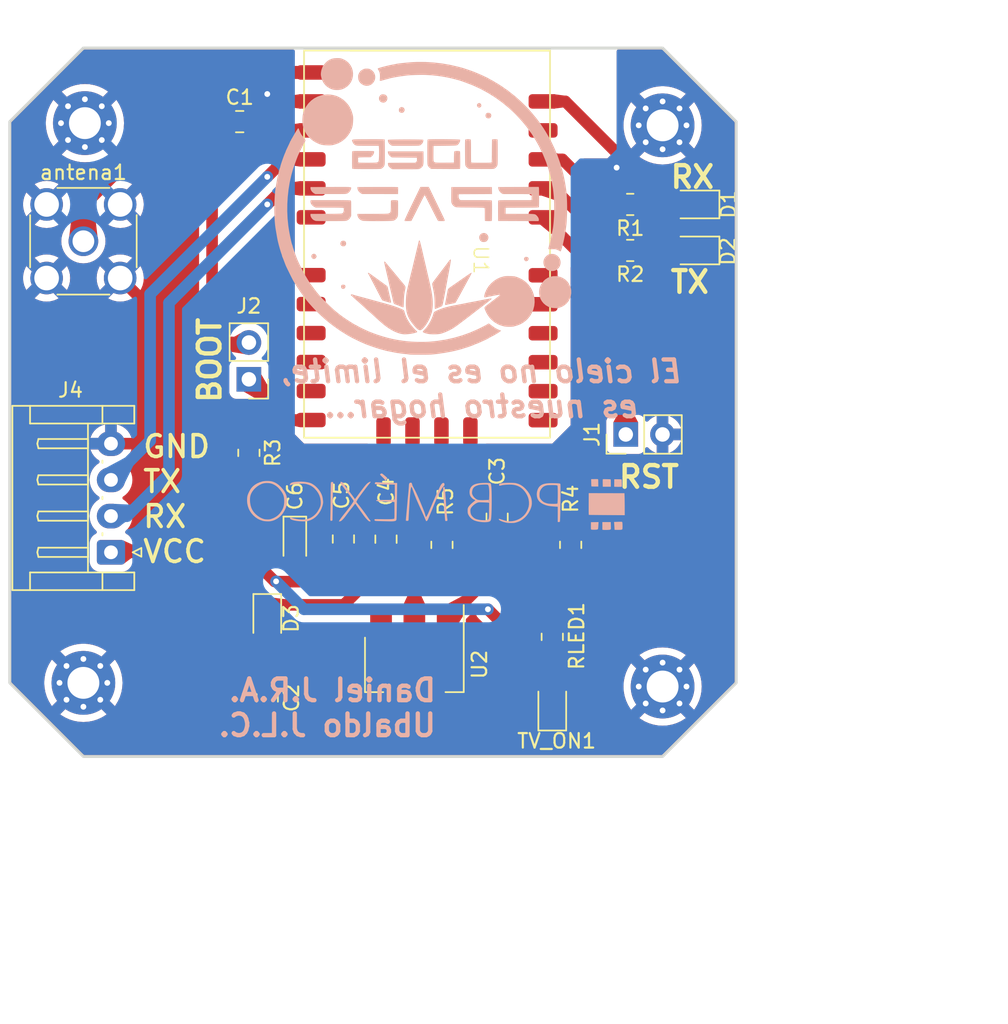
<source format=kicad_pcb>
(kicad_pcb (version 20221018) (generator pcbnew)
  (title_block (title "MOD-TARVOSIII") (date "2023-09-14") (rev "1.2") (company "UDEG SPACE") (comment 1 "Daniel Josué Rodríguez Agraz") (comment 2 "Ubaldo de jesus Limón Corona"))
  (layers (0 "F.Cu" signal) (31 "B.Cu" signal) (34 "B.Paste" user) (35 "F.Paste" user) (36 "B.SilkS" user "B.Silkscreen") (37 "F.SilkS" user "F.Silkscreen") (38 "B.Mask" user) (39 "F.Mask" user) (44 "Edge.Cuts" user))
  (net 0 "")
  (net 1 "GND")
  (net 2 "Net-(D1-A)")
  (net 3 "Net-(D2-A)")
  (net 4 "Net-(J1-Pin_1)")
  (net 5 "ATN")
  (net 6 "RXT")
  (net 7 "TXD")
  (net 8 "Net-(U1-{slash}RX_IND)")
  (net 9 "Net-(U1-{slash}TX_IND)")
  (net 10 "Net-(TV_ON1-A)")
  (net 18 "Net-(J2-Pin_1)")
  (net 19 "VCC")
  (net 20 "Net-(U2-ADJ)")
  (net 21 "+3.3V")
  (footprint "Capacitor_SMD:C_0805_2012Metric_Pad1.18x1.45mm_HandSolder" (layer "F.Cu") (at 47.18962 55.486921 90)
    (fp_text reference "C4" (at 3.26603 0.01679 90) (layer "F.SilkS"))
    (fp_text value "100nF")
    (pad "1" smd roundrect (at -1.0375 0 90) (size 1.175 1.45) (layers "F.Cu" "F.Paste" "F.Mask") (roundrect_rratio 0.2127659574) (net 21 "+3.3V"))
    (pad "2" smd roundrect (at 1.0375 0 90) (size 1.175 1.45) (layers "F.Cu" "F.Paste" "F.Mask") (roundrect_rratio 0.2127659574) (net 1 "GND"))
  )
  (footprint "Resistor_SMD:R_0805_2012Metric_Pad1.20x1.40mm_HandSolder" (layer "F.Cu") (at 64.0575 35.56 180)
    (fp_text reference "R2" (at 0 -1.65) (layer "F.SilkS"))
    (fp_text value "220")
    (pad "1" smd roundrect (at -1 0 180) (size 1.2 1.4) (layers "F.Cu" "F.Paste" "F.Mask") (roundrect_rratio 0.2083333333) (net 3 "Net-(D2-A)"))
    (pad "2" smd roundrect (at 1 0 180) (size 1.2 1.4) (layers "F.Cu" "F.Paste" "F.Mask") (roundrect_rratio 0.2083333333) (net 9 "Net-(U1-{slash}TX_IND)"))
  )
  (footprint "Capacitor_SMD:C_0805_2012Metric_Pad1.18x1.45mm_HandSolder" (layer "F.Cu") (at 44.248653 55.4775 90)
    (fp_text reference "C5" (at 3.017756 -0.124654 90) (layer "F.SilkS"))
    (fp_text value "1μF")
    (pad "1" smd roundrect (at -1.0375 0 90) (size 1.175 1.45) (layers "F.Cu" "F.Paste" "F.Mask") (roundrect_rratio 0.2127659574) (net 21 "+3.3V"))
    (pad "2" smd roundrect (at 1.0375 0 90) (size 1.175 1.45) (layers "F.Cu" "F.Paste" "F.Mask") (roundrect_rratio 0.2127659574) (net 1 "GND"))
  )
  (footprint "LED_SMD:LED_0805_2012Metric" (layer "F.Cu") (at 68.5325 32.385 180)
    (fp_text reference "D1" (at -2.315363 0.007203 90) (layer "F.SilkS"))
    (fp_text value "LED")
    (pad "1" smd roundrect (at -0.9375 0 180) (size 0.975 1.4) (layers "F.Cu" "F.Paste" "F.Mask") (net 1 "GND"))
    (pad "2" smd roundrect (at 0.9375 0 180) (size 0.975 1.4) (layers "F.Cu" "F.Paste" "F.Mask") (net 2 "Net-(D1-A)"))
  )
  (footprint "Capacitor_SMD:C_0805_2012Metric_Pad1.18x1.45mm_HandSolder" (layer "F.Cu") (at 37.085 26.67)
    (fp_text reference "C1" (at 0 -1.68) (layer "F.SilkS"))
    (fp_text value "100uF")
    (pad "1" smd roundrect (at -1.0375 0) (size 1.175 1.45) (layers "F.Cu" "F.Paste" "F.Mask") (roundrect_rratio 0.2127659574) (net 1 "GND"))
    (pad "2" smd roundrect (at 1.0375 0) (size 1.175 1.45) (layers "F.Cu" "F.Paste" "F.Mask") (roundrect_rratio 0.2127659574) (net 21 "+3.3V"))
  )
  (footprint "LED_SMD:LED_0805_2012Metric" (layer "F.Cu") (at 58.675 67.0075 90)
    (fp_text reference "TV_ON1" (at -2.408821 0.299493 180) (layer "F.SilkS"))
    (fp_text value "LED")
    (pad "1" smd roundrect (at -0.9375 0 90) (size 0.975 1.4) (layers "F.Cu" "F.Paste" "F.Mask") (net 1 "GND"))
    (pad "2" smd roundrect (at 0.9375 0 90) (size 0.975 1.4) (layers "F.Cu" "F.Paste" "F.Mask") (net 10 "Net-(TV_ON1-A)"))
  )
  (footprint "Connector_PinHeader_2.54mm:PinHeader_1x02_P2.54mm_Vertical" (layer "F.Cu") (at 37.72 44.455 180)
    (fp_text reference "J2" (at 0 5.055) (layer "F.SilkS"))
    (fp_text value "Conn_01x02_Pin")
    (pad "1" thru_hole rect (at 0 0 180) (size 1.7 1.7) (drill 1) (layers "*.Cu" "*.Mask") (net 18 "Net-(J2-Pin_1)"))
    (pad "2" thru_hole oval (at 0 2.54 180) (size 1.7 1.7) (drill 1) (layers "*.Cu" "*.Mask") (net 21 "+3.3V"))
  )
  (footprint "Capacitor_Tantalum_SMD:CP_EIA-2012-12_Kemet-R" (layer "F.Cu") (at 40.895 55.639051 -90)
    (fp_text reference "C6" (at -3.115013 0 90) (layer "F.SilkS"))
    (fp_text value "100μF")
    (pad "1" smd roundrect (at -0.8875 0 270) (size 1.125 1.05) (layers "F.Cu" "F.Paste" "F.Mask") (roundrect_rratio 0.2380952381) (net 1 "GND"))
    (pad "2" smd roundrect (at 0.8875 0 270) (size 1.125 1.05) (layers "F.Cu" "F.Paste" "F.Mask") (roundrect_rratio 0.2380952381) (net 21 "+3.3V"))
  )
  (footprint "Connector_JST:JST_EH_S4B-EH_1x04_P2.50mm_Horizontal" (layer "F.Cu") (at 28.195 56.395 90)
    (fp_text reference "J4" (at 11.195 -2.795 180) (layer "F.SilkS"))
    (fp_text value "Conn_01x04_Socket")
    (pad "1" thru_hole roundrect (at 0 0 90) (size 1.7 1.95) (drill 0.95) (layers "*.Cu" "*.Mask") (roundrect_rratio 0.1470588235) (net 19 "VCC"))
    (pad "2" thru_hole oval (at 2.5 0 90) (size 1.7 1.95) (drill 0.95) (layers "*.Cu" "*.Mask") (net 6 "RXT"))
    (pad "3" thru_hole oval (at 5 0 90) (size 1.7 1.95) (drill 0.95) (layers "*.Cu" "*.Mask") (net 7 "TXD"))
    (pad "4" thru_hole oval (at 7.5 0 90) (size 1.7 1.95) (drill 0.95) (layers "*.Cu" "*.Mask") (net 1 "GND"))
  )
  (footprint "MountingHole:MountingHole_2.2mm_M2_Pad_Via" (layer "F.Cu") (at 66.295 26.925 90)
    (fp_text reference "GNDSCREW2" hide)
    (fp_text value "Conn_01x01_Male")
    (pad "1" thru_hole circle (at -1.65 0 90) (size 0.7 0.7) (drill 0.4) (layers "*.Cu" "*.Mask") (net 1 "GND"))
    (pad "1" thru_hole circle (at -1.166726 -1.166726 90) (size 0.7 0.7) (drill 0.4) (layers "*.Cu" "*.Mask") (net 1 "GND"))
    (pad "1" thru_hole circle (at -1.166726 1.166726 90) (size 0.7 0.7) (drill 0.4) (layers "*.Cu" "*.Mask") (net 1 "GND"))
    (pad "1" thru_hole circle (at 0 -1.65 90) (size 0.7 0.7) (drill 0.4) (layers "*.Cu" "*.Mask") (net 1 "GND"))
    (pad "1" thru_hole circle (at 0 0 90) (size 4.4 4.4) (drill 2.2) (layers "*.Cu" "*.Mask") (net 1 "GND"))
    (pad "1" thru_hole circle (at 0 1.65 90) (size 0.7 0.7) (drill 0.4) (layers "*.Cu" "*.Mask") (net 1 "GND"))
    (pad "1" thru_hole circle (at 1.166726 -1.166726 90) (size 0.7 0.7) (drill 0.4) (layers "*.Cu" "*.Mask") (net 1 "GND"))
    (pad "1" thru_hole circle (at 1.166726 1.166726 90) (size 0.7 0.7) (drill 0.4) (layers "*.Cu" "*.Mask") (net 1 "GND"))
    (pad "1" thru_hole circle (at 1.65 0 90) (size 0.7 0.7) (drill 0.4) (layers "*.Cu" "*.Mask") (net 1 "GND"))
  )
  (footprint "Resistor_SMD:R_0805_2012Metric_Pad1.20x1.40mm_HandSolder" (layer "F.Cu") (at 37.72 49.53 -90)
    (fp_text reference "R3" (at 0 -1.65 90) (layer "F.SilkS"))
    (fp_text value "220")
    (pad "1" smd roundrect (at -1 0 270) (size 1.2 1.4) (layers "F.Cu" "F.Paste" "F.Mask") (roundrect_rratio 0.2083333333) (net 18 "Net-(J2-Pin_1)"))
    (pad "2" smd roundrect (at 1 0 270) (size 1.2 1.4) (layers "F.Cu" "F.Paste" "F.Mask") (roundrect_rratio 0.2083333333) (net 1 "GND"))
  )
  (footprint "Package_TO_SOT_SMD:SOT-223" (layer "F.Cu") (at 49.15 64.135 -90)
    (fp_text reference "U2" (at 0 -4.5 90) (layer "F.SilkS"))
    (fp_text value "TLV1117-ADJ")
    (pad "1" smd rect (at -3.15 -2.3 270) (size 2 1.5) (layers "F.Cu" "F.Paste" "F.Mask") (net 20 "Net-(U2-ADJ)"))
    (pad "2" smd rect (at -3.15 0 270) (size 2 1.5) (layers "F.Cu" "F.Paste" "F.Mask") (net 21 "+3.3V"))
    (pad "3" smd rect (at -3.15 2.3 270) (size 2 1.5) (layers "F.Cu" "F.Paste" "F.Mask") (net 19 "VCC"))
    (pad "4" smd rect (at 3.15 0 270) (size 2 3.8) (layers "F.Cu" "F.Paste" "F.Mask"))
  )
  (footprint "Capacitor_SMD:C_0805_2012Metric_Pad1.18x1.45mm_HandSolder" (layer "F.Cu") (at 54.865 53.975 90)
    (fp_text reference "C3" (at 3.175 0 90) (layer "F.SilkS"))
    (fp_text value "100nF")
    (pad "1" smd roundrect (at -1.0375 0 90) (size 1.175 1.45) (layers "F.Cu" "F.Paste" "F.Mask") (roundrect_rratio 0.2127659574) (net 20 "Net-(U2-ADJ)"))
    (pad "2" smd roundrect (at 1.0375 0 90) (size 1.175 1.45) (layers "F.Cu" "F.Paste" "F.Mask") (roundrect_rratio 0.2127659574) (net 1 "GND"))
  )
  (footprint "MountingHole:MountingHole_2.2mm_M2_Pad_Via" (layer "F.Cu") (at 26.393274 26.773274 90)
    (fp_text reference "GNDSCREW1" hide)
    (fp_text value "Conn_01x01_Male")
    (pad "1" thru_hole circle (at -1.65 0 90) (size 0.7 0.7) (drill 0.4) (layers "*.Cu" "*.Mask") (net 1 "GND"))
    (pad "1" thru_hole circle (at -1.166726 -1.166726 90) (size 0.7 0.7) (drill 0.4) (layers "*.Cu" "*.Mask") (net 1 "GND"))
    (pad "1" thru_hole circle (at -1.166726 1.166726 90) (size 0.7 0.7) (drill 0.4) (layers "*.Cu" "*.Mask") (net 1 "GND"))
    (pad "1" thru_hole circle (at 0 -1.65 90) (size 0.7 0.7) (drill 0.4) (layers "*.Cu" "*.Mask") (net 1 "GND"))
    (pad "1" thru_hole circle (at 0 0 90) (size 4.4 4.4) (drill 2.2) (layers "*.Cu" "*.Mask") (net 1 "GND"))
    (pad "1" thru_hole circle (at 0 1.65 90) (size 0.7 0.7) (drill 0.4) (layers "*.Cu" "*.Mask") (net 1 "GND"))
    (pad "1" thru_hole circle (at 1.166726 -1.166726 90) (size 0.7 0.7) (drill 0.4) (layers "*.Cu" "*.Mask") (net 1 "GND"))
    (pad "1" thru_hole circle (at 1.166726 1.166726 90) (size 0.7 0.7) (drill 0.4) (layers "*.Cu" "*.Mask") (net 1 "GND"))
    (pad "1" thru_hole circle (at 1.65 0 90) (size 0.7 0.7) (drill 0.4) (layers "*.Cu" "*.Mask") (net 1 "GND"))
  )
  (footprint "Connector_PinHeader_2.54mm:PinHeader_1x02_P2.54mm_Vertical" (layer "F.Cu") (at 63.75 48.26 90)
    (fp_text reference "J1" (at 0 -2.33 90) (layer "F.SilkS"))
    (fp_text value "header rst")
    (pad "1" thru_hole rect (at 0 0 90) (size 1.7 1.7) (drill 1) (layers "*.Cu" "*.Mask") (net 4 "Net-(J1-Pin_1)"))
    (pad "2" thru_hole oval (at 0 2.54 90) (size 1.7 1.7) (drill 1) (layers "*.Cu" "*.Mask") (net 1 "GND"))
  )
  (footprint "Capacitor_SMD:C_0805_2012Metric_Pad1.18x1.45mm_HandSolder" (layer "F.Cu") (at 38.99 66.4425 -90)
    (fp_text reference "C2" (at 0 -1.68 90) (layer "F.SilkS"))
    (fp_text value "100nF")
    (pad "1" smd roundrect (at -1.0375 0 270) (size 1.175 1.45) (layers "F.Cu" "F.Paste" "F.Mask") (roundrect_rratio 0.2127659574) (net 19 "VCC"))
    (pad "2" smd roundrect (at 1.0375 0 270) (size 1.175 1.45) (layers "F.Cu" "F.Paste" "F.Mask") (roundrect_rratio 0.2127659574) (net 1 "GND"))
  )
  (footprint "LED_SMD:LED_0805_2012Metric" (layer "F.Cu") (at 68.5325 35.56 180)
    (fp_text reference "D2" (at -2.269834 -0.065506 90) (layer "F.SilkS"))
    (fp_text value "LED")
    (pad "1" smd roundrect (at -0.9375 0 180) (size 0.975 1.4) (layers "F.Cu" "F.Paste" "F.Mask") (net 1 "GND"))
    (pad "2" smd roundrect (at 0.9375 0 180) (size 0.975 1.4) (layers "F.Cu" "F.Paste" "F.Mask") (net 3 "Net-(D2-A)"))
  )
  (footprint "Resistor_SMD:R_0805_2012Metric_Pad1.20x1.40mm_HandSolder" (layer "F.Cu") (at 59.945 55.88 -90)
    (fp_text reference "R4" (at -3.175 0 90) (layer "F.SilkS"))
    (fp_text value "196")
    (pad "1" smd roundrect (at -1 0 270) (size 1.2 1.4) (layers "F.Cu" "F.Paste" "F.Mask") (roundrect_rratio 0.2083333333) (net 1 "GND"))
    (pad "2" smd roundrect (at 1 0 270) (size 1.2 1.4) (layers "F.Cu" "F.Paste" "F.Mask") (roundrect_rratio 0.2083333333) (net 20 "Net-(U2-ADJ)"))
  )
  (footprint "Resistor_SMD:R_0805_2012Metric_Pad1.20x1.40mm_HandSolder" (layer "F.Cu") (at 51.055 55.88213 90)
    (fp_text reference "R5" (at 2.98213 0.245 90) (layer "F.SilkS"))
    (fp_text value "120R")
    (pad "1" smd roundrect (at -1 0 90) (size 1.2 1.4) (layers "F.Cu" "F.Paste" "F.Mask") (roundrect_rratio 0.2083333333) (net 20 "Net-(U2-ADJ)"))
    (pad "2" smd roundrect (at 1 0 90) (size 1.2 1.4) (layers "F.Cu" "F.Paste" "F.Mask") (roundrect_rratio 0.2083333333) (net 21 "+3.3V"))
  )
  (footprint "space:tarvos-iii" (layer "F.Cu") (at 47.88 35.435 -90)
    (fp_text reference "U1" (at 0.78 -5.86 -90 unlocked) (layer "F.SilkS") (effects (font (thickness 0.1))))
    (fp_text value "TARVOS_III")
    (pad "1" smd roundrect (at -12.16 5.86) (size 2 1) (layers "F.Cu" "F.Paste" "F.Mask") (net 5 "ATN"))
    (pad "2" smd roundrect (at -10.16 5.86) (size 2 1) (layers "F.Cu" "F.Paste" "F.Mask") (net 1 "GND"))
    (pad "3" smd roundrect (at -8.16 5.86) (size 2 1) (layers "F.Cu" "F.Paste" "F.Mask") (net 21 "+3.3V"))
    (pad "4" smd roundrect (at -6.16 5.86) (size 2 1) (layers "F.Cu" "F.Paste" "F.Mask") (net 7 "TXD"))
    (pad "5" smd roundrect (at -4.16 5.86) (size 2 1) (layers "F.Cu" "F.Paste" "F.Mask") (net 6 "RXT"))
    (pad "6" smd roundrect (at -2.16 5.86) (size 2 1) (layers "F.Cu" "F.Paste" "F.Mask"))
    (pad "7" smd roundrect (at 1.83 5.86) (size 2 1) (layers "F.Cu" "F.Paste" "F.Mask"))
    (pad "8" smd roundrect (at 3.83 5.86) (size 2 1) (layers "F.Cu" "F.Paste" "F.Mask"))
    (pad "9" smd roundrect (at 5.83 5.86) (size 2 1) (layers "F.Cu" "F.Paste" "F.Mask"))
    (pad "10" smd roundrect (at 7.83 5.86) (size 2 1) (layers "F.Cu" "F.Paste" "F.Mask"))
    (pad "11" smd roundrect (at 9.83 5.86) (size 2 1) (layers "F.Cu" "F.Paste" "F.Mask"))
    (pad "12" smd roundrect (at 11.83 5.86) (size 2 1) (layers "F.Cu" "F.Paste" "F.Mask") (net 18 "Net-(J2-Pin_1)"))
    (pad "13" smd roundrect (at 11.84 -10.16) (size 2 1) (layers "F.Cu" "F.Paste" "F.Mask"))
    (pad "14" smd roundrect (at 9.84 -10.16) (size 2 1) (layers "F.Cu" "F.Paste" "F.Mask"))
    (pad "15" smd roundrect (at 7.84 -10.16) (size 2 1) (layers "F.Cu" "F.Paste" "F.Mask"))
    (pad "16" smd roundrect (at 5.84 -10.16) (size 2 1) (layers "F.Cu" "F.Paste" "F.Mask"))
    (pad "17" smd roundrect (at 3.84 -10.16) (size 2 1) (layers "F.Cu" "F.Paste" "F.Mask"))
    (pad "18" smd roundrect (at 1.84 -10.16) (size 2 1) (layers "F.Cu" "F.Paste" "F.Mask"))
    (pad "19" smd roundrect (at -2.16 -10.16) (size 2 1) (layers "F.Cu" "F.Paste" "F.Mask") (net 4 "Net-(J1-Pin_1)"))
    (pad "20" smd roundrect (at -4.16 -10.16) (size 2 1) (layers "F.Cu" "F.Paste" "F.Mask") (net 9 "Net-(U1-{slash}TX_IND)"))
    (pad "21" smd roundrect (at -6.16 -10.16) (size 2 1) (layers "F.Cu" "F.Paste" "F.Mask") (net 8 "Net-(U1-{slash}RX_IND)"))
    (pad "22" smd roundrect (at -8.16 -10.16) (size 2 1) (layers "F.Cu" "F.Paste" "F.Mask"))
    (pad "23" smd roundrect (at -10.16 -10.16) (size 2 1) (layers "F.Cu" "F.Paste" "F.Mask") (net 1 "GND"))
    (pad "i1" smd roundrect (at 12.64 0.86 270) (size 2 1) (layers "F.Cu" "F.Paste" "F.Mask"))
    (pad "i2" smd roundrect (at 12.64 -1.14 270) (size 2 1) (layers "F.Cu" "F.Paste" "F.Mask"))
    (pad "i3" smd roundrect (at 12.64 -3.14 270) (size 2 1) (layers "F.Cu" "F.Paste" "F.Mask"))
    (pad "i4" smd roundrect (at 12.64 -5.14 270) (size 2 1) (layers "F.Cu" "F.Paste" "F.Mask"))
    (zone (net 0) (net_name "") (layers "F&B.Cu") (connect_pads (clearance 0)) (min_thickness 0.254)
      (keepout (tracks allowed) (vias allowed) (pads allowed) (copperpour not_allowed) (footprints allowed))
      (fill (thermal_gap 0.508) (thermal_bridge_width 0.508))
      (polygon (pts (xy 61.83 21.765) (xy 62.01 26.155) (xy 61.85 29.035) (xy 62.01 29.095) (xy 44.71 29.095) (xy 44.72 18.275) (xy 62.02 18.295)))
    )
  )
  (footprint "MountingHole:MountingHole_2.2mm_M2_Pad_Via" (layer "F.Cu") (at 66.295 65.66 90)
    (fp_text reference "GNDSCREW4" hide)
    (fp_text value "Conn_01x01_Male")
    (pad "1" thru_hole circle (at -1.65 0 90) (size 0.7 0.7) (drill 0.4) (layers "*.Cu" "*.Mask") (net 1 "GND"))
    (pad "1" thru_hole circle (at -1.166726 -1.166726 90) (size 0.7 0.7) (drill 0.4) (layers "*.Cu" "*.Mask") (net 1 "GND"))
    (pad "1" thru_hole circle (at -1.166726 1.166726 90) (size 0.7 0.7) (drill 0.4) (layers "*.Cu" "*.Mask") (net 1 "GND"))
    (pad "1" thru_hole circle (at 0 -1.65 90) (size 0.7 0.7) (drill 0.4) (layers "*.Cu" "*.Mask") (net 1 "GND"))
    (pad "1" thru_hole circle (at 0 0 90) (size 4.4 4.4) (drill 2.2) (layers "*.Cu" "*.Mask") (net 1 "GND"))
    (pad "1" thru_hole circle (at 0 1.65 90) (size 0.7 0.7) (drill 0.4) (layers "*.Cu" "*.Mask") (net 1 "GND"))
    (pad "1" thru_hole circle (at 1.166726 -1.166726 90) (size 0.7 0.7) (drill 0.4) (layers "*.Cu" "*.Mask") (net 1 "GND"))
    (pad "1" thru_hole circle (at 1.166726 1.166726 90) (size 0.7 0.7) (drill 0.4) (layers "*.Cu" "*.Mask") (net 1 "GND"))
    (pad "1" thru_hole circle (at 1.65 0 90) (size 0.7 0.7) (drill 0.4) (layers "*.Cu" "*.Mask") (net 1 "GND"))
  )
  (footprint "Resistor_SMD:R_0805_2012Metric_Pad1.20x1.40mm_HandSolder" (layer "F.Cu") (at 58.675 62.23 90)
    (fp_text reference "RLED1" (at 0.052732 1.688116 90) (layer "F.SilkS"))
    (fp_text value "220")
    (pad "1" smd roundrect (at -1 0 90) (size 1.2 1.4) (layers "F.Cu" "F.Paste" "F.Mask") (roundrect_rratio 0.2083333333) (net 10 "Net-(TV_ON1-A)"))
    (pad "2" smd roundrect (at 1 0 90) (size 1.2 1.4) (layers "F.Cu" "F.Paste" "F.Mask") (roundrect_rratio 0.2083333333) (net 21 "+3.3V"))
  )
  (footprint "MountingHole:MountingHole_2.2mm_M2_Pad_Via" (layer "F.Cu") (at 26.29 65.405 90)
    (fp_text reference "GNDSCREW3" hide)
    (fp_text value "Conn_01x01_Male")
    (pad "1" thru_hole circle (at -1.65 0 90) (size 0.7 0.7) (drill 0.4) (layers "*.Cu" "*.Mask") (net 1 "GND"))
    (pad "1" thru_hole circle (at -1.166726 -1.166726 90) (size 0.7 0.7) (drill 0.4) (layers "*.Cu" "*.Mask") (net 1 "GND"))
    (pad "1" thru_hole circle (at -1.166726 1.166726 90) (size 0.7 0.7) (drill 0.4) (layers "*.Cu" "*.Mask") (net 1 "GND"))
    (pad "1" thru_hole circle (at 0 -1.65 90) (size 0.7 0.7) (drill 0.4) (layers "*.Cu" "*.Mask") (net 1 "GND"))
    (pad "1" thru_hole circle (at 0 0 90) (size 4.4 4.4) (drill 2.2) (layers "*.Cu" "*.Mask") (net 1 "GND"))
    (pad "1" thru_hole circle (at 0 1.65 90) (size 0.7 0.7) (drill 0.4) (layers "*.Cu" "*.Mask") (net 1 "GND"))
    (pad "1" thru_hole circle (at 1.166726 -1.166726 90) (size 0.7 0.7) (drill 0.4) (layers "*.Cu" "*.Mask") (net 1 "GND"))
    (pad "1" thru_hole circle (at 1.166726 1.166726 90) (size 0.7 0.7) (drill 0.4) (layers "*.Cu" "*.Mask") (net 1 "GND"))
    (pad "1" thru_hole circle (at 1.65 0 90) (size 0.7 0.7) (drill 0.4) (layers "*.Cu" "*.Mask") (net 1 "GND"))
  )
  (footprint "Connector_Coaxial:SMA_Wurth_60312002114503_Vertical" (layer "F.Cu") (at 26.29 34.925)
    (fp_text reference "antena1" (at 0 -4.75) (layer "F.SilkS"))
    (fp_text value "Conn_Coaxial")
    (pad "1" thru_hole circle (at 0 0) (size 2.05 2.05) (drill 1.5) (layers "*.Cu" "*.Mask") (net 5 "ATN"))
    (pad "2" thru_hole circle (at -2.54 -2.54) (size 2.25 2.25) (drill 1.7) (layers "*.Cu" "*.Mask") (net 1 "GND"))
    (pad "2" thru_hole circle (at -2.54 2.54) (size 2.25 2.25) (drill 1.7) (layers "*.Cu" "*.Mask") (net 1 "GND"))
    (pad "2" thru_hole circle (at 2.54 -2.54) (size 2.25 2.25) (drill 1.7) (layers "*.Cu" "*.Mask") (net 1 "GND"))
    (pad "2" thru_hole circle (at 2.54 2.54) (size 2.25 2.25) (drill 1.7) (layers "*.Cu" "*.Mask") (net 1 "GND"))
  )
  (footprint "Resistor_SMD:R_0805_2012Metric_Pad1.20x1.40mm_HandSolder" (layer "F.Cu") (at 64.0575 32.385 180)
    (fp_text reference "R1" (at 0 -1.65) (layer "F.SilkS"))
    (fp_text value "220")
    (pad "1" smd roundrect (at -1 0 180) (size 1.2 1.4) (layers "F.Cu" "F.Paste" "F.Mask") (roundrect_rratio 0.2083333333) (net 2 "Net-(D1-A)"))
    (pad "2" smd roundrect (at 1 0 180) (size 1.2 1.4) (layers "F.Cu" "F.Paste" "F.Mask") (roundrect_rratio 0.2083333333) (net 8 "Net-(U1-{slash}RX_IND)"))
  )
  (footprint "Diode_SMD:D_0805_2012Metric" (layer "F.Cu") (at 38.99 60.96 -90)
    (fp_text reference "D3" (at 0 -1.65 90) (layer "F.SilkS"))
    (fp_text value "type=\"D\" model=\"DIODE\" lib=\"\"" hide)
    (pad "1" smd roundrect (at -0.9375 0 270) (size 0.975 1.4) (layers "F.Cu" "F.Paste" "F.Mask") (net 21 "+3.3V"))
    (pad "2" smd roundrect (at 0.9375 0 270) (size 0.975 1.4) (layers "F.Cu" "F.Paste" "F.Mask") (net 19 "VCC"))
  )
  (footprint "space:pcb-mexico" (layer "B.Cu") (at 50.8 52.705 180)
    (fp_text reference "G***" hide)
    (fp_text value "LOGO" hide)
  )
  (footprint "logos:SPACE" (layer "B.Cu") (at 49.53 32.385 180)
    (fp_text reference "G2" hide)
    (fp_text value "LOGO" hide)
  )
  (gr_poly (pts (xy 66.295 21.59) (xy 71.375 26.67) (xy 71.375 65.405) (xy 66.295 70.485) (xy 26.29 70.485) (xy 21.21 65.405) (xy 21.21 26.67) (xy 26.29 21.59)) (stroke (width 0.2)) (fill none) (layer "Edge.Cuts"))
  (gr_text "El cielo no es el limite,\nes nuestro hogar..." (at 53.79019 45.114076) (layer "B.SilkS") (effects (font (size 1.5 1.5) (thickness 0.3) italic) (justify mirror)))
  (gr_text "Daniel J.R.A.\nUbaldo J.L.C." (at 50.8 69.215) (layer "B.SilkS") (effects (font (size 1.5 1.5) (thickness 0.3) bold) (justify left bottom mirror)))
  (gr_text "GND\nTX\nRX\nVCC" (at 30.279801 57.218915) (layer "F.SilkS") (effects (font (size 1.5 1.5) (thickness 0.25) bold) (justify left bottom)))
  (gr_text "BOOT" (at 35.888094 46.223215 90) (layer "F.SilkS") (effects (font (size 1.5 1.5) (thickness 0.3) bold) (justify left bottom)))
  (gr_text "RX\n\n\nTX" (at 66.689581 38.61522) (layer "F.SilkS") (effects (font (size 1.5 1.5) (thickness 0.3) bold) (justify left bottom)))
  (gr_text "RST" (at 63.12 52.07) (layer "F.SilkS") (effects (font (size 1.5 1.5) (thickness 0.3) bold) (justify left bottom)))
  (segment (start 59.575 25.275) (end 63.12 28.82) (width 0.8) (layer "F.Cu") (net 1))
  (segment (start 42.02 25.275) (end 39.5 25.275) (width 0.8) (layer "F.Cu") (net 1))
  (segment (start 58.04 25.275) (end 59.575 25.275) (width 0.8) (layer "F.Cu") (net 1))
  (segment (start 39.5 25.275) (end 38.99 24.765) (width 0.8) (layer "F.Cu") (net 1))
  (segment (start 63.12 28.82) (end 63.12 29.845) (width 0.8) (layer "F.Cu") (net 1))
  (via (at 38.99 24.765) (size 0.8) (drill 0.4) (layers "F.Cu" "B.Cu") (net 1))
  (via (at 63.12 29.845) (size 0.8) (drill 0.4) (layers "F.Cu" "B.Cu") (net 1))
  (segment (start 67.595 32.385) (end 65.0575 32.385) (width 0.8) (layer "F.Cu") (net 2))
  (segment (start 67.595 35.56) (end 65.0575 35.56) (width 0.8) (layer "F.Cu") (net 3))
  (segment (start 63.75 38.985) (end 63.75 48.26) (width 0.8) (layer "F.Cu") (net 4))
  (segment (start 58.04 33.275) (end 63.75 38.985) (width 0.8) (layer "F.Cu") (net 4))
  (segment (start 38.575 23.275) (end 42.02 23.275) (width 0.9) (layer "F.Cu") (net 5))
  (segment (start 26.29 31.955151) (end 26.29 34.925) (width 1.55) (layer "F.Cu") (net 5))
  (segment (start 34.843321 23.40183) (end 26.29 31.955151) (width 1.55) (layer "F.Cu") (net 5))
  (segment (start 38.26183 23.40183) (end 34.843321 23.40183) (width 1.55) (layer "F.Cu") (net 5))
  (segment (start 38.99 32.385) (end 40.1 31.275) (width 0.8) (layer "F.Cu") (net 6))
  (segment (start 40.1 31.275) (end 42.02 31.275) (width 0.8) (layer "F.Cu") (net 6))
  (via (at 38.99 32.385) (size 0.8) (drill 0.4) (layers "F.Cu" "B.Cu") (net 6))
  (segment (start 32.2 51) (end 29.305 53.895) (width 0.8) (layer "B.Cu") (net 6))
  (segment (start 29.305 53.895) (end 28.195 53.895) (width 0.8) (layer "B.Cu") (net 6))
  (segment (start 32.2 39.175) (end 32.2 51) (width 0.8) (layer "B.Cu") (net 6))
  (segment (start 38.99 32.385) (end 32.2 39.175) (width 0.8) (layer "B.Cu") (net 6))
  (segment (start 40.195 29.275) (end 42.02 29.275) (width 0.8) (layer "F.Cu") (net 7))
  (segment (start 38.99 30.48) (end 40.195 29.275) (width 0.8) (layer "F.Cu") (net 7))
  (via (at 38.99 30.48) (size 0.8) (drill 0.4) (layers "F.Cu" "B.Cu") (net 7))
  (segment (start 30.9 48.69) (end 30.9 38.57) (width 0.8) (layer "B.Cu") (net 7))
  (segment (start 30.9 38.57) (end 38.99 30.48) (width 0.8) (layer "B.Cu") (net 7))
  (segment (start 28.195 51.395) (end 30.9 48.69) (width 0.8) (layer "B.Cu") (net 7))
  (segment (start 63.0575 32.385) (end 62.485 32.385) (width 0.8) (layer "F.Cu") (net 8))
  (segment (start 59.375 29.275) (end 58.04 29.275) (width 0.8) (layer "F.Cu") (net 8))
  (segment (start 62.485 32.385) (end 59.375 29.275) (width 0.8) (layer "F.Cu") (net 8))
  (segment (start 58.7725 31.275) (end 63.0575 35.56) (width 0.8) (layer "F.Cu") (net 9))
  (segment (start 58.04 31.275) (end 58.7725 31.275) (width 0.8) (layer "F.Cu") (net 9))
  (segment (start 58.675 66.07) (end 58.675 63.23) (width 0.8) (layer "F.Cu") (net 10))
  (segment (start 37.72 48.53) (end 37.72 47.625) (width 0.8) (layer "F.Cu") (net 18))
  (segment (start 37.72 44.455) (end 39.94 46.675) (width 0.8) (layer "F.Cu") (net 18))
  (segment (start 39.94 46.675) (end 40.53 47.265) (width 0.8) (layer "F.Cu") (net 18))
  (segment (start 37.72 47.625) (end 39.305 46.04) (width 0.8) (layer "F.Cu") (net 18))
  (segment (start 40.53 47.265) (end 42.02 47.265) (width 0.8) (layer "F.Cu") (net 18))
  (segment (start 45.975 63.5) (end 46.85 62.625) (width 0.8) (layer "F.Cu") (net 19))
  (segment (start 38.99 64.135) (end 38.355 63.5) (width 0.8) (layer "F.Cu") (net 19))
  (segment (start 38.99 65.405) (end 38.99 64.135) (width 0.8) (layer "F.Cu") (net 19))
  (segment (start 28.195 56.395) (end 29.98 56.395) (width 0.8) (layer "F.Cu") (net 19))
  (segment (start 37.085 63.5) (end 38.355 63.5) (width 0.8) (layer "F.Cu") (net 19))
  (segment (start 29.98 56.395) (end 37.085 63.5) (width 0.8) (layer "F.Cu") (net 19))
  (segment (start 38.6875 61.8975) (end 37.085 63.5) (width 0.8) (layer "F.Cu") (net 19))
  (segment (start 38.355 63.5) (end 45.975 63.5) (width 0.8) (layer "F.Cu") (net 19))
  (segment (start 46.85 62.625) (end 46.85 60.985) (width 0.8) (layer "F.Cu") (net 19))
  (segment (start 38.99 61.8975) (end 38.6875 61.8975) (width 0.8) (layer "F.Cu") (net 19))
  (segment (start 54.865 55.0125) (end 54.865 57.57) (width 0.8) (layer "F.Cu") (net 20))
  (segment (start 53.805 58.63) (end 51.45 60.985) (width 0.8) (layer "F.Cu") (net 20))
  (segment (start 58.190133 58.634867) (end 53.809867 58.634867) (width 0.8) (layer "F.Cu") (net 20))
  (segment (start 53.809867 58.634867) (end 53.805 58.63) (width 0.8) (layer "F.Cu") (net 20))
  (segment (start 54.865 57.57) (end 53.805 58.63) (width 0.8) (layer "F.Cu") (net 20))
  (segment (start 51.9 58.63) (end 53.805 58.63) (width 0.8) (layer "F.Cu") (net 20))
  (segment (start 51.055 57.785) (end 51.9 58.63) (width 0.8) (layer "F.Cu") (net 20))
  (segment (start 51.055 56.88213) (end 51.055 57.785) (width 0.8) (layer "F.Cu") (net 20))
  (segment (start 59.945 56.88) (end 58.190133 58.634867) (width 0.8) (layer "F.Cu") (net 20))
  (segment (start 54.865 57.57) (end 53.4875 58.9475) (width 0.8) (layer "F.Cu") (net 20))
  (segment (start 42.788449 58.42) (end 40.895 56.526551) (width 0.8) (layer "F.Cu") (net 21))
  (segment (start 44.248653 58.241347) (end 44.07 58.42) (width 0.8) (layer "F.Cu") (net 21))
  (segment (start 44.2775 60.0225) (end 38.99 60.0225) (width 0.8) (layer "F.Cu") (net 21))
  (segment (start 39.6 58.4) (end 39.62 58.42) (width 0.8) (layer "F.Cu") (net 21))
  (segment (start 49.15 57.65) (end 48.38 58.42) (width 0.8) (layer "F.Cu") (net 21))
  (segment (start 35.18 31.995393) (end 35.18 43.252919) (width 0.8) (layer "F.Cu") (net 21))
  (segment (start 48.38 58.42) (end 47.235 58.42) (width 0.8) (layer "F.Cu") (net 21))
  (segment (start 39.900393 27.275) (end 38.7275 27.275) (width 0.8) (layer "F.Cu") (net 21))
  (segment (start 44.07 58.42) (end 42.788449 58.42) (width 0.8) (layer "F.Cu") (net 21))
  (segment (start 39.900393 27.275) (end 35.18 31.995393) (width 0.8) (layer "F.Cu") (net 21))
  (segment (start 36.517919 41.915) (end 37.72 41.915) (width 0.8) (layer "F.Cu") (net 21))
  (segment (start 35.18 54.08) (end 35.18 43.252919) (width 0.8) (layer "F.Cu") (net 21))
  (segment (start 47.18962 56.524421) (end 47.18962 58.37462) (width 0.8) (layer "F.Cu") (net 21))
  (segment (start 39.62 58.42) (end 42.788449 58.42) (width 0.8) (layer "F.Cu") (net 21))
  (segment (start 45.7 58.42) (end 45.7 58.6) (width 0.8) (layer "F.Cu") (net 21))
  (segment (start 51.055 54.88213) (end 49.51287 54.88213) (width 0.8) (layer "F.Cu") (net 21))
  (segment (start 44.248653 56.515) (end 44.248653 58.241347) (width 0.8) (layer "F.Cu") (net 21))
  (segment (start 49.15 59.19) (end 48.38 58.42) (width 0.8) (layer "F.Cu") (net 21))
  (segment (start 39.6 58.4) (end 39.5 58.4) (width 0.8) (layer "F.Cu") (net 21))
  (segment (start 45.7 58.6) (end 44.2775 60.0225) (width 0.8) (layer "F.Cu") (net 21))
  (segment (start 55.135 61.23) (end 54.23 60.325) (width 0.8) (layer "F.Cu") (net 21))
  (segment (start 42.02 27.275) (end 39.900393 27.275) (width 0.8) (layer "F.Cu") (net 21))
  (segment (start 38.7275 27.275) (end 38.1225 26.67) (width 0.8) (layer "F.Cu") (net 21))
  (segment (start 58.675 61.23) (end 55.135 61.23) (width 0.8) (layer "F.Cu") (net 21))
  (segment (start 49.15 60.985) (end 49.15 59.19) (width 0.8) (layer "F.Cu") (net 21))
  (segment (start 49.15 55.245) (end 49.15 57.65) (width 0.8) (layer "F.Cu") (net 21))
  (segment (start 49.51287 54.88213) (end 49.15 55.245) (width 0.8) (layer "F.Cu") (net 21))
  (segment (start 35.18 43.252919) (end 36.517919 41.915) (width 0.8) (layer "F.Cu") (net 21))
  (segment (start 47.235 58.42) (end 44.07 58.42) (width 0.8) (layer "F.Cu") (net 21))
  (segment (start 39.5 58.4) (end 35.18 54.08) (width 0.8) (layer "F.Cu") (net 21))
  (segment (start 47.18962 58.37462) (end 47.235 58.42) (width 0.8) (layer "F.Cu") (net 21))
  (via (at 39.6 58.4) (size 0.8) (drill 0.4) (layers "F.Cu" "B.Cu") (net 21))
  (via (at 54.23 60.325) (size 0.8) (drill 0.4) (layers "F.Cu" "B.Cu") (net 21))
  (segment (start 41.525 60.325) (end 54.23 60.325) (width 0.8) (layer "B.Cu") (net 21))
  (segment (start 39.6 58.4) (end 41.525 60.325) (width 0.8) (layer "B.Cu") (net 21))
  (zone (net 0) (net_name "") (layers "F&B.Cu") (connect_pads (clearance 0)) (min_thickness 0.25)
    (keepout (tracks not_allowed) (vias not_allowed) (pads not_allowed) (copperpour not_allowed) (footprints allowed))
    (fill (thermal_gap 0.5) (thermal_bridge_width 0.5))
    (polygon (pts (xy 43.815 21.59) (xy 43.815 46.355) (xy 56.515 46.355) (xy 56.515 24.13) (xy 57.15 23.495) (xy 60.96 23.495) (xy 61.83 22.625) (xy 61.83 21.765) (xy 61.655 21.59)))
  )
  (zone (net 1) (net_name "GND") (layers "F&B.Cu") (connect_pads (clearance 0.5)) (min_thickness 0.25) (fill yes (thermal_gap 0.5) (thermal_bridge_width 0.8))
    (polygon (pts (xy 40.895 21.693274) (xy 40.895 48.26) (xy 41.53 48.895) (xy 58.675 48.895) (xy 59.945 47.625) (xy 59.945 29.845) (xy 60.58 29.21) (xy 62.485 29.21) (xy 63.12 28.575) (xy 63.12 21.59) (xy 66.295 21.59) (xy 71.375 26.67) (xy 71.375 65.405) (xy 66.290023 70.489977) (xy 26.29 70.489977) (xy 21.205023 65.405) (xy 21.205023 26.674977) (xy 26.186726 21.693274)))
  )
)
</source>
